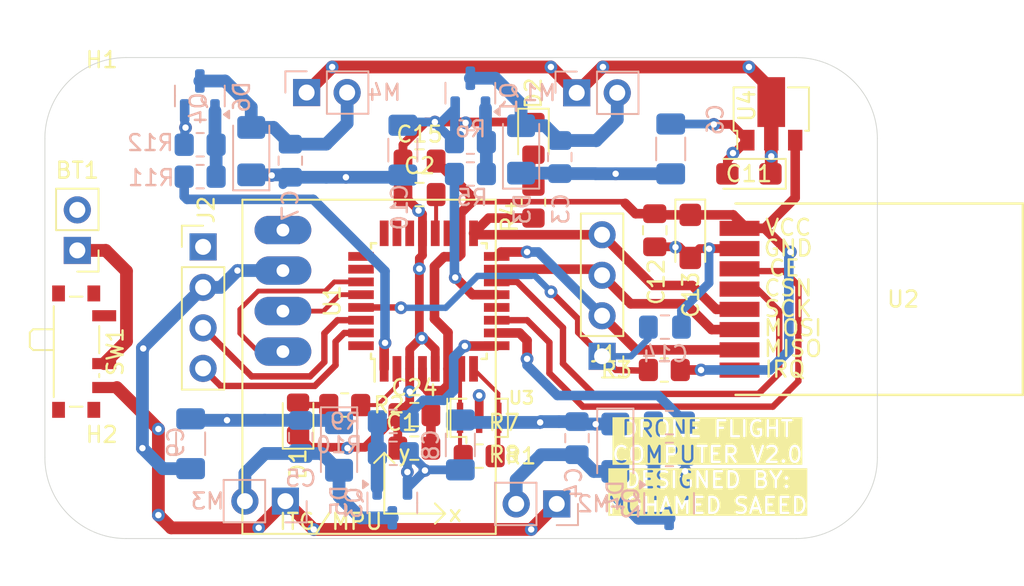
<source format=kicad_pcb>
(kicad_pcb (version 20240108) (generator "pcbnew") (generator_version "8.0")
  (layers (0 "F.Cu" signal) (1 "In1.Cu" power) (2 "In2.Cu" power) (31 "B.Cu" signal) (34 "B.Paste" user) (35 "F.Paste" user) (36 "B.SilkS" user "B.Silkscreen") (37 "F.SilkS" user "F.Silkscreen") (38 "B.Mask" user) (39 "F.Mask" user) (44 "Edge.Cuts" user))
  (net 0 "")
  (net 1 "+BATT")
  (net 2 "GND")
  (net 3 "+3V3")
  (net 4 "Net-(BT1-+)")
  (net 5 "Net-(U1-AREF)")
  (net 6 "Net-(D3-A)")
  (net 7 "Net-(D4-A)")
  (net 8 "Net-(D5-A)")
  (net 9 "Net-(D6-A)")
  (net 10 "Net-(D1-A)")
  (net 11 "Net-(D2-A)")
  (net 12 "Net-(Q1-G)")
  (net 13 "Net-(Q2-G)")
  (net 14 "Net-(Q3-G)")
  (net 15 "Net-(Q4-G)")
  (net 16 "Net-(U1-XTAL2{slash}PB7)")
  (net 17 "Net-(U1-XTAL1{slash}PB6)")
  (net 18 "Reset")
  (net 19 "MOSI")
  (net 20 "MISO")
  (net 21 "SCK")
  (net 22 "RX")
  (net 23 "TX")
  (net 24 "FrontLeft")
  (net 25 "FrontRight")
  (net 26 "BackRight")
  (net 27 "BackLeft")
  (net 28 "Net-(U1-PD4)")
  (net 30 "CE")
  (net 31 "~{CSN}")
  (net 32 "SDA")
  (net 33 "SCL")
  (footprint "Connector_PinHeader_2.54mm:PinHeader_1x04_P2.54mm_Vertical" (layer "F.Cu") (at 130.95 91.53)
    (property "Reference" "J2")
    (property "Value" "Conn_01x04_Female")
  )
  (footprint "Connector_PinHeader_2.54mm:PinHeader_1x02_P2.54mm_Vertical" (layer "F.Cu") (at 123.069897 91.75 180)
    (property "Reference" "BT1")
    (property "Value" "Battery_Cell")
  )
  (footprint "Capacitor_SMD:C_0805_2012Metric_Pad1.18x1.45mm_HandSolder" (layer "F.Cu") (at 144.5125 88.25 180)
    (property "Reference" "C2")
    (property "Value" "0.1uF")
  )
  (footprint "Resistor_SMD:R_0805_2012Metric_Pad1.20x1.40mm_HandSolder" (layer "F.Cu") (at 139.825 101.45)
    (property "Reference" "R2")
    (property "Value" "330R")
  )
  (footprint "Button_Switch_SMD:SW_SPDT_PCM12" (layer "F.Cu") (at 123.323897 98.1 -90)
    (property "Reference" "SW1")
    (property "Value" "SW_DPDT_x2")
  )
  (footprint "Resistor_SMD:R_0805_2012Metric_Pad1.20x1.40mm_HandSolder" (layer "F.Cu") (at 148.25 104.65)
    (property "Reference" "R1")
    (property "Value" "1M")
  )
  (footprint "Capacitor_SMD:C_0805_2012Metric_Pad1.18x1.45mm_HandSolder" (layer "F.Cu") (at 144.1875 104.15)
    (property "Reference" "C1")
    (property "Value" "0.1uF")
  )
  (footprint "Package_QFP:TQFP-32_7x7mm_P0.8mm" (layer "F.Cu") (at 145.096177 94.928408 90)
    (property "Reference" "U1")
    (property "Value" "ATmega328P-AU")
  )
  (footprint "Capacitor_Tantalum_SMD:CP_EIA-3216-10_Kemet-I" (layer "F.Cu") (at 165.15 86.95 180)
    (property "Reference" "C11")
    (property "Value" "10uF")
  )
  (footprint "Resistor_SMD:R_0805_2012Metric_Pad1.20x1.40mm_HandSolder" (layer "F.Cu") (at 159.85 99.25)
    (property "Reference" "R3")
    (property "Value" "10k")
  )
  (footprint "Connector_PinHeader_2.54mm:PinHeader_1x04_P2.54mm_Vertical" (layer "F.Cu") (at 155.95 98.39 180)
    (property "Reference" "J1")
    (property "Value" "Conn_01x04_Female")
  )
  (footprint "Resistor_SMD:R_0805_2012Metric_Pad1.20x1.40mm_HandSolder" (layer "F.Cu") (at 151.65 88.725 -90)
    (property "Reference" "R4")
    (property "Value" "330R")
  )
  (footprint "Capacitor_SMD:C_0805_2012Metric_Pad1.18x1.45mm_HandSolder" (layer "F.Cu") (at 159.25 90.4875 -90)
    (property "Reference" "C12")
    (property "Value" "0.1uF")
  )
  (footprint "Capacitor_Tantalum_SMD:CP_EIA-3216-10_Kemet-I" (layer "F.Cu") (at 161.4775 90.8725 -90)
    (property "Reference" "C13")
    (property "Value" "10uF")
  )
  (footprint "Package_TO_SOT_SMD:SOT-89-3" (layer "F.Cu") (at 166.55 83.1875 90)
    (property "Reference" "U4")
    (property "Value" "HT75xx-1-SOT89")
  )
  (footprint "LED_SMD:LED_0805_2012Metric_Pad1.15x1.40mm_HandSolder" (layer "F.Cu") (at 151.65 84.725 -90)
    (property "Reference" "D2")
    (property "Value" "LED")
  )
  (footprint "GY-521:GY-521" (layer "F.Cu") (at 144.8425 99.3675)
    (property "Reference" "U3")
    (property "Value" "GY-521")
  )
  (footprint "Crystal:Resonator_SMD_muRata_CSTxExxV-3Pin_3.0x1.1mm" (layer "F.Cu") (at 148.25 102.25)
    (property "Reference" "Y1" (hide yes))
    (property "Value" "Crystal_GND2")
  )
  (footprint "LED_SMD:LED_0805_2012Metric_Pad1.15x1.40mm_HandSolder" (layer "F.Cu") (at 136.9025 102.3275 90)
    (property "Reference" "D1")
    (property "Value" "LED")
  )
  (footprint "Keyplus_nordic:NRF24L01-Module-SMD" (layer "F.Cu") (at 165.3125 94.8125 180)
    (property "Reference" "U2")
    (property "Value" "NRF24L01_Breakout")
  )
  (footprint "MountingHole:MountingHole_2.2mm_M2" (layer "F.Cu") (at 124.6 106.5)
    (property "Reference" "H2")
    (property "Value" "MountingHole")
  )
  (footprint "Capacitor_SMD:C_0805_2012Metric_Pad1.18x1.45mm_HandSolder" (layer "F.Cu") (at 144.1875 102.05)
    (property "Reference" "C24")
    (property "Value" "10uF")
  )
  (footprint "Capacitor_SMD:C_0805_2012Metric_Pad1.18x1.45mm_HandSolder" (layer "F.Cu") (at 144.5125 86.15)
    (property "Reference" "C15")
    (property "Value" "0.1uF")
  )
  (footprint "MountingHole:MountingHole_2.2mm_M2" (layer "F.Cu") (at 124.6 83)
    (property "Reference" "H1")
    (property "Value" "MountingHole")
  )
  (footprint "Resistor_SMD:R_0805_2012Metric_Pad1.20x1.40mm_HandSolder" (layer "B.Cu") (at 147.7 86.9593 180)
    (property "Reference" "R5")
    (property "Value" "100R")
  )
  (footprint "Resistor_SMD:R_0805_2012Metric_Pad1.20x1.40mm_HandSolder" (layer "B.Cu") (at 147.7 84.9593)
    (property "Reference" "R6")
    (property "Value" "10k")
  )
  (footprint "Diode_SMD:D_1206_3216Metric_Pad1.42x1.75mm_HandSolder" (layer "B.Cu") (at 150.875 85.418 90)
    (property "Reference" "D3")
    (property "Value" "D_Schottky")
  )
  (footprint "Connector_PinHeader_2.54mm:PinHeader_1x02_P2.54mm_Vertical" (layer "B.Cu") (at 154.361179 81.867533 -90)
    (property "Reference" "M1")
    (property "Value" "Motor_DC_ALT")
  )
  (footprint "Capacitor_SMD:C_0805_2012Metric_Pad1.18x1.45mm_HandSolder" (layer "B.Cu") (at 153.3 85.8968 90)
    (property "Reference" "C3")
    (property "Value" "0.1uF")
  )
  (footprint "Resistor_SMD:R_0805_2012Metric_Pad1.20x1.40mm_HandSolder" (layer "B.Cu") (at 142.869122 104.475 180)
    (property "Reference" "R10")
    (property "Value" "10k")
  )
  (footprint "Capacitor_SMD:C_1206_3216Metric_Pad1.33x1.80mm_HandSolder" (layer "B.Cu") (at 143.466679 85.463434 90)
    (property "Reference" "C10")
    (property "Value" "47u")
  )
  (footprint "Diode_SMD:D_1206_3216Metric_Pad1.42x1.75mm_HandSolder" (layer "B.Cu") (at 133.966679 85.525934 90)
    (property "Reference" "D6")
    (property "Value" "D_Schottky")
  )
  (footprint "Resistor_SMD:R_0805_2012Metric_Pad1.20x1.40mm_HandSolder" (layer "B.Cu") (at 160.169122 104.55 180)
    (property "Reference" "R8")
    (property "Value" "10k")
  )
  (footprint "Capacitor_SMD:C_0805_2012Metric_Pad1.18x1.45mm_HandSolder" (layer "B.Cu") (at 137.069122 103.45 -90)
    (property "Reference" "C5")
    (property "Value" "0.1uF")
  )
  (footprint "Package_TO_SOT_SMD:SOT-23" (layer "B.Cu") (at 160.15 107.6125 -90)
    (property "Reference" "Q2")
    (property "Value" "IRLML2502")
  )
  (footprint "Capacitor_SMD:C_1206_3216Metric_Pad1.33x1.80mm_HandSolder" (layer "B.Cu") (at 130.169122 103.875 -90)
    (property "Reference" "C9")
    (property "Value" "47u")
  )
  (footprint "Connector_PinHeader_2.54mm:PinHeader_1x02_P2.54mm_Vertical" (layer "B.Cu") (at 136.109122 107.475 90)
    (property "Reference" "M3")
    (property "Value" "Motor_DC_ALT")
  )
  (footprint "Resistor_SMD:R_0805_2012Metric_Pad1.20x1.40mm_HandSolder" (layer "B.Cu") (at 160.169122 102.55)
    (property "Reference" "R7")
    (property "Value" "100R")
  )
  (footprint "Connector_PinHeader_2.54mm:PinHeader_1x02_P2.54mm_Vertical" (layer "B.Cu") (at 137.437181 81.851017 -90)
    (property "Reference" "M4")
    (property "Value" "Motor_DC_ALT")
  )
  (footprint "Diode_SMD:D_1206_3216Metric_Pad1.42x1.75mm_HandSolder" (layer "B.Cu") (at 156.778608 104.125 -90)
    (property "Reference" "D4")
    (property "Value" "D_Schottky")
  )
  (footprint "Resistor_SMD:R_0805_2012Metric_Pad1.20x1.40mm_HandSolder" (layer "B.Cu") (at 142.869122 102.475)
    (property "Reference" "R9")
    (property "Value" "100R")
  )
  (footprint "Diode_SMD:D_1206_3216Metric_Pad1.42x1.75mm_HandSolder" (layer "B.Cu") (at 139.469122 104.05 -90)
    (property "Reference" "D5")
    (property "Value" "D_Schottky")
  )
  (footprint "Capacitor_SMD:C_1206_3216Metric_Pad1.33x1.80mm_HandSolder" (layer "B.Cu") (at 147.069122 103.95 -90)
    (property "Reference" "C8")
    (property "Value" "47u")
  )
  (footprint "Resistor_SMD:R_0805_2012Metric_Pad1.20x1.40mm_HandSolder" (layer "B.Cu") (at 130.766679 85.125934)
    (property "Reference" "R12")
    (property "Value" "10k")
  )
  (footprint "Capacitor_SMD:C_0805_2012Metric_Pad1.18x1.45mm_HandSolder" (layer "B.Cu") (at 159.8875 96.5625)
    (property "Reference" "C14")
    (property "Value" "10uF")
  )
  (footprint "Connector_PinHeader_2.54mm:PinHeader_1x02_P2.54mm_Vertical" (layer "B.Cu") (at 153.109122 107.65 90)
    (property "Reference" "M2")
    (property "Value" "Motor_DC_ALT")
  )
  (footprint "Resistor_SMD:R_0805_2012Metric_Pad1.20x1.40mm_HandSolder" (layer "B.Cu") (at 130.766679 87.125934 180)
    (property "Reference" "R11")
    (property "Value" "100R")
  )
  (footprint "Capacitor_SMD:C_0805_2012Metric_Pad1.18x1.45mm_HandSolder" (layer "B.Cu") (at 136.416679 86.125934 90)
    (property "Reference" "C7")
    (property "Value" "0.1uF")
  )
  (footprint "Capacitor_SMD:C_0805_2012Metric_Pad1.18x1.45mm_HandSolder" (layer "B.Cu") (at 154.378608 103.525 -90)
    (property "Reference" "C4")
    (property "Value" "0.1uF")
  )
  (footprint "Package_TO_SOT_SMD:SOT-23" (layer "B.Cu") (at 130.746177 82.065908 90)
    (property "Reference" "Q4")
    (property "Value" "IRLML2502")
  )
  (footprint "Capacitor_SMD:C_1206_3216Metric_Pad1.33x1.80mm_HandSolder" (layer "B.Cu") (at 160.25 85.3875 90)
    (property "Reference" "C6")
    (property "Value" "47u")
  )
  (footprint "Package_TO_SOT_SMD:SOT-23" (layer "B.Cu") (at 147.696177 81.890908 90)
    (property "Reference" "Q1")
    (property "Value" "IRLML2502")
  )
  (footprint "Package_TO_SOT_SMD:SOT-23" (layer "B.Cu") (at 142.806622 107.58632 -90)
    (property "Reference" "Q3")
    (property "Value" "IRLML2502")
  )
  (gr_line (start 121.037897 84.739898) (end 121.037897 104.739898) (stroke (width 0.05)) (layer "Edge.Cuts"))
  (gr_line (start 126.117896 79.659899) (end 168.117896 79.659899) (stroke (width 0.05)) (layer "Edge.Cuts"))
  (gr_line (start 126.117896 109.819897) (end 168.117896 109.819897) (stroke (width 0.05)) (layer "Edge.Cuts"))
  (gr_arc (start 173.197895 104.739898) (mid 171.709998 108.332) (end 168.117896 109.819897) (stroke (width 0.05)) (layer "Edge.Cuts"))
  (gr_line (start 173.197895 84.739898) (end 173.197895 104.739898) (stroke (width 0.05)) (layer "Edge.Cuts"))
  (gr_arc (start 121.037897 84.739898) (mid 122.525794 81.147796) (end 126.117896 79.659899) (stroke (width 0.05)) (layer "Edge.Cuts"))
  (gr_arc (start 126.117896 109.819897) (mid 122.525795 108.331999) (end 121.037897 104.739898) (stroke (width 0.05)) (layer "Edge.Cuts"))
  (gr_arc (start 168.117896 79.659899) (mid 171.710002 81.147794) (end 173.197895 84.739898) (stroke (width 0.05)) (layer "Edge.Cuts"))
  (gr_text "DRONE FLIGHT\nCOMPUTER V2.0\n" (at 162.55 103.75 0) (layer "F.SilkS" knockout) (effects (font (size 1 1))))
  (gr_text "DESIGNED BY:\nMOHAMED SAEED" (at 162.55 106.95 0) (layer "F.SilkS" knockout) (effects (font (size 1 1))))
  (segment (start 128.95 109.15) (end 134.434122 109.15) (width 0.8) (layer "F.Cu") (net 1))
  (segment (start 139.038198 80.25) (end 152.743646 80.25) (width 0.8) (layer "F.Cu") (net 1))
  (segment (start 166.55 84.75) (end 166.55 86.9) (width 0.8) (layer "F.Cu") (net 1))
  (segment (start 155.978712 80.25) (end 154.361179 81.867533) (width 0.8) (layer "F.Cu") (net 1))
  (segment (start 137.884122 109.25) (end 136.109122 107.475) (width 0.8) (layer "F.Cu") (net 1))
  (segment (start 166.55 81.65) (end 165.15 80.25) (width 0.8) (layer "F.Cu") (net 1))
  (segment (start 137.437181 81.851017) (end 139.038198 80.25) (width 0.8) (layer "F.Cu") (net 1))
  (segment (start 134.434122 109.15) (end 136.109122 107.475) (width 0.8) (layer "F.Cu") (net 1))
  (segment (start 151.509122 109.25) (end 137.884122 109.25) (width 0.8) (layer "F.Cu") (net 1))
  (segment (start 128.15 102.95) (end 128.15 108.35) (width 0.8) (layer "F.Cu") (net 1))
  (segment (start 151.509122 109.25) (end 153.109122 107.65) (width 0.8) (layer "F.Cu") (net 1))
  (segment (start 166.55 86.9) (end 166.5 86.95) (width 0.55) (layer "F.Cu") (net 1))
  (segment (start 124.753897 100.35) (end 125.55 100.35) (width 0.55) (layer "F.Cu") (net 1))
  (segment (start 166.55 84.75) (end 166.55 81.65) (width 0.55) (layer "F.Cu") (net 1))
  (segment (start 152.743646 80.25) (end 154.361179 81.867533) (width 0.8) (layer "F.Cu") (net 1))
  (segment (start 128.15 108.35) (end 128.95 109.15) (width 0.8) (layer "F.Cu") (net 1))
  (segment (start 165.15 80.25) (end 155.978712 80.25) (width 0.8) (layer "F.Cu") (net 1))
  (segment (start 125.55 100.35) (end 128.15 102.95) (width 0.8) (layer "F.Cu") (net 1))
  (via (at 128.15 108.35) (size 0.8) (drill 0.4) (layers "F.Cu" "B.Cu") (net 1))
  (via (at 135.25 87.05) (size 0.8) (drill 0.4) (layers "F.Cu" "B.Cu") (net 1))
  (via (at 132.45 102.4) (size 0.8) (drill 0.4) (layers "F.Cu" "B.Cu") (net 1))
  (via (at 156.8 86.945101) (size 0.8) (drill 0.4) (layers "F.Cu" "B.Cu") (net 1))
  (via (at 156 80.25) (size 0.8) (drill 0.4) (layers "F.Cu" "B.Cu") (net 1))
  (via (at 152.069122 102.5375) (size 0.8) (drill 0.4) (layers "F.Cu" "B.Cu") (net 1))
  (via (at 139.038198 80.25) (size 0.8) (drill 0.4) (layers "F.Cu" "B.Cu") (net 1))
  (via (at 134.434122 109.15) (size 0.8) (drill 0.4) (layers "F.Cu" "B.Cu") (net 1))
  (via (at 151.509122 109.25) (size 0.8) (drill 0.4) (layers "F.Cu" "B.Cu") (net 1))
  (via (at 128.15 102.95) (size 0.8) (drill 0.4) (layers "F.Cu" "B.Cu") (net 1))
  (via (at 155.55 102.65) (size 0.8) (drill 0.4) (layers "F.Cu" "B.Cu") (net 1))
  (via (at 166.55 85.85) (size 0.8) (drill 0.4) (layers "F.Cu" "B.Cu") (net 1))
  (via (at 137.884122 109.25) (size 0.8) (drill 0.4) (layers "F.Cu" "B.Cu") (net 1))
  (via (at 165.15 80.25) (size 0.8) (drill 0.4) (layers "F.Cu" "B.Cu") (net 1))
  (via (at 152.743646 80.25) (size 0.8) (drill 0.4) (layers "F.Cu" "B.Cu") (net 1))
  (via (at 139.9 87.163434) (size 0.8) (drill 0.4) (layers "F.Cu" "B.Cu") (net 1))
  (segment (start 147.219122 102.5375) (end 147.069122 102.3875) (width 0.55) (layer "B.Cu") (net 1))
  (segment (start 155.539199 86.9343) (end 155.55 86.945101) (width 0.55) (layer "B.Cu") (net 1))
  (segment (start 152.069122 102.5375) (end 147.219122 102.5375) (width 0.8) (layer "B.Cu") (net 1))
  (segment (start 143.329179 87.163434) (end 143.466679 87.025934) (width 0.55) (layer "B.Cu") (net 1))
  (segment (start 134.774499 102.3625) (end 134.816015 102.404016) (width 0.55) (layer "B.Cu") (net 1))
  (segment (start 134.816015 102.404016) (end 130.260638 102.404016) (width 0.8) (layer "B.Cu") (net 1))
  (segment (start 154.528608 102.6375) (end 154.378608 102.4875) (width 0.55) (layer "B.Cu") (net 1))
  (segment (start 133.966679 87.013434) (end 136.266679 87.013434) (width 0.8) (layer "B.Cu") (net 1))
  (segment (start 153.3 86.9343) (end 155.539199 86.9343) (width 0.8) (layer "B.Cu") (net 1))
  (segment (start 150.875 86.9055) (end 153.2712 86.9055) (width 0.8) (layer "B.Cu") (net 1))
  (segment (start 160.245101 86.945101) (end 160.25 86.95) (width 0.55) (layer "B.Cu") (net 1))
  (segment (start 152.119122 102.4875) (end 152.069122 102.5375) (width 0.8) (layer "B.Cu") (net 1))
  (segment (start 154.378608 102.4875) (end 153.2875 102.4875) (width 0.8) (layer "B.Cu") (net 1))
  (segment (start 136.416679 87.163434) (end 138.666679 87.163434) (width 0.8) (layer "B.Cu") (net 1))
  (segment (start 130.260638 102.404016) (end 130.169122 102.3125) (width 0.55) (layer "B.Cu") (net 1))
  (segment (start 153.2125 102.4875) (end 152.119122 102.4875) (width 0.8) (layer "B.Cu") (net 1))
  (segment (start 153.2712 86.9055) (end 153.3 86.9343) (width 0.55) (layer "B.Cu") (net 1))
  (segment (start 136.266679 87.013434) (end 136.416679 87.163434) (width 0.55) (layer "B.Cu") (net 1))
  (segment (start 155.55 86.945101) (end 160.245101 86.945101) (width 0.8) (layer "B.Cu") (net 1))
  (segment (start 137.069122 102.4125) (end 139.319122 102.4125) (width 0.8) (layer "B.Cu") (net 1))
  (segment (start 139.319122 102.4125) (end 139.469122 102.5625) (width 0.55) (layer "B.Cu") (net 1))
  (segment (start 138.666679 87.163434) (end 143.329179 87.163434) (width 0.8) (layer "B.Cu") (net 1))
  (segment (start 153.2875 102.4875) (end 153.25 102.45) (width 0.55) (layer "B.Cu") (net 1))
  (segment (start 156.778608 102.6375) (end 154.528608 102.6375) (width 0.8) (layer "B.Cu") (net 1))
  (segment (start 135.9525 87.627613) (end 136.416679 87.163434) (width 0.55) (layer "B.Cu") (net 1))
  (segment (start 153.25 102.45) (end 153.2125 102.4875) (width 0.55) (layer "B.Cu") (net 1))
  (segment (start 134.816015 102.404016) (end 137.060638 102.404016) (width 0.8) (layer "B.Cu") (net 1))
  (segment (start 137.060638 102.404016) (end 137.069122 102.4125) (width 0.55) (layer "B.Cu") (net 1))
  (segment (start 143.15 102.05) (end 143.15 104.15) (width 0.55) (layer "F.Cu") (net 2))
  (segment (start 143.475 86.15) (end 143.475 88.25) (width 0.55) (layer "F.Cu") (net 2))
  (segment (start 164.0625 83.85) (end 162.95 83.85) (width 0.55) (layer "F.Cu") (net 2))
  (segment (start 164.2375 85.65) (end 165.05 84.8375) (width 0.55) (layer "F.Cu") (net 2))
  (segment (start 164.15 85.7375) (end 164.15 85.65) (width 0.55) (layer "F.Cu") (net 2))
  (segment (start 144.696177 97.153408) (end 145.496177 97.953408) (width 0.55) (layer "F.Cu") (net 2))
  (segment (start 144.65 97.25) (end 144.5 97.1) (width 0.55) (layer "F.Cu") (net 2))
  (segment (start 163.8 86.0875) (end 164.15 85.7375) (width 0.55) (layer "F.Cu") (net 2))
  (segment (start 160.78 91.525) (end 161.4775 92.2225) (width 0.55) (layer "F.Cu") (net 2))
  (segment (start 144.696177 89.471177) (end 144.696177 90.678408) (width 0.55) (layer "F.Cu") (net 2))
  (segment (start 162.0625 91.6375) (end 165.0125 91.6375) (width 0.55) (layer "F.Cu") (net 2))
  (segment (start 143.475 85.125) (end 143.475 86.15) (width 0.55) (layer "F.Cu") (net 2))
  (segment (start 163.8 86.95) (end 163.8 86.0875) (width 0.55) (layer "F.Cu") (net 2))
  (segment (start 144.5 97.1) (end 144.5 92.25) (width 0.55) (layer "F.Cu") (net 2))
  (segment (start 144.5 92.25) (end 144.696177 92.053823) (width 0.55) (layer "F.Cu") (net 2))
  (segment (start 145.496177 97.953408) (end 145.496177 99.178408) (width 0.55) (layer "F.Cu") (net 2))
  (segment (start 164.0625 83.85) (end 165.05 84.8375) (width 0.55) (layer "F.Cu") (net 2))
  (segment (start 141.1 104.1) (end 143.15 102.05) (width 0.55) (layer "F.Cu") (net 2))
  (segment (start 151.65 83.7) (end 144.9 83.7) (width 0.55) (layer "F.Cu") (net 2))
  (segment (start 143.896177 101.303823) (end 143.896177 99.178408) (width 0.55) (layer "F.Cu") (net 2))
  (segment (start 143.896177 97.953408) (end 144.696177 97.153408) (width 0.55) (layer "F.Cu") (net 2))
  (segment (start 136.9025 103.3525) (end 137.65 104.1) (width 0.55) (layer "F.Cu") (net 2))
  (segment (start 144.696177 92.053823) (end 144.696177 90.678408) (width 0.55) (layer "F.Cu") (net 2))
  (segment (start 143.475 88.25) (end 144.696177 89.471177) (width 0.55) (layer "F.Cu") (net 2))
  (segment (start 144.9 83.7) (end 143.475 85.125) (width 0.55) (layer "F.Cu") (net 2))
  (segment (start 164.15 85.65) (end 164.2375 85.65) (width 0.55) (layer "F.Cu") (net 2))
  (segment (start 137.65 104.1) (end 141.1 104.1) (width 0.55) (layer "F.Cu") (net 2))
  (segment (start 159.25 91.525) (end 160.78 91.525) (width 0.55) (layer "F.Cu") (net 2))
  (segment (start 143.15 102.05) (end 143.896177 101.303823) (width 0.55) (layer "F.Cu") (net 2))
  (segment (start 161.4775 92.2225) (end 162.0625 91.6375) (width 0.55) (layer "F.Cu") (net 2))
  (segment (start 148.25 102.25) (end 148.25 100.85) (width 0.55) (layer "F.Cu") (net 2))
  (segment (start 143.896177 99.178408) (end 143.896177 97.953408) (width 0.55) (layer "F.Cu") (net 2))
  (via (at 162.65 91.65) (size 0.8) (drill 0.4) (layers "F.Cu" "B.Cu") (net 2))
  (via (at 140 104.15) (size 0.8) (drill 0.4) (layers "F.Cu" "B.Cu") (net 2))
  (via (at 144.65 97.25) (size 0.8) (drill 0.4) (layers "F.Cu" "B.Cu") (net 2))
  (via (at 127.2 97.9) (size 0.8) (drill 0.4) (layers "F.Cu" "B.Cu") (net 2))
  (via (at 148.25 100.85) (size 0.8) (drill 0.4) (layers "F.Cu" "B.Cu") (net 2))
  (via (at 143.89277 100.614458) (size 0.8) (drill 0.4) (layers "F.Cu" "B.Cu") (net 2))
  (via (at 144.5 92.9) (size 0.8) (drill 0.4) (layers "F.Cu" "B.Cu") (net 2))
  (via (at 127.15 104.15) (size 0.8) (drill 0.4) (layers "F.Cu" "B.Cu") (net 2))
  (via (at 145.472717 83.7) (size 0.8) (drill 0.4) (layers "F.Cu" "B.Cu") (net 2))
  (via (at 133.104672 93.014458) (size 0.8) (drill 0.4) (layers "F.Cu" "B.Cu") (net 2))
  (via (at 129.85 84.05) (size 0.8) (drill 0.4) (layers "F.Cu" "B.Cu") (net 2))
  (via (at 144.45 89.25) (size 0.8) (drill 0.4) (layers "F.Cu" "B.Cu") (net 2))
  (via (at 164.15 85.65) (size 0.8) (drill 0.4) (layers "F.Cu" "B.Cu") (net 2))
  (via (at 147.4 83.75) (size 0.8) (drill 0.4) (layers "F.Cu" "B.Cu") (net 2))
  (via (at 143.75 105.65) (size 0.8) (drill 0.4) (layers "F.Cu" "B.Cu") (net 2))
  (via (at 161.15 105.6) (size 0.8) (drill 0.4) (layers "F.Cu" "B.Cu") (net 2))
  (via (at 144.85 105.55) (size 0.8) (drill 0.4) (layers "F.Cu" "B.Cu") (net 2))
  (via (at 160.55 91.55) (size 0.8) (drill 0.4) (layers "F.Cu" "B.Cu") (net 2))
  (via (at 162.95 83.85) (size 0.8) (drill 0.4) (layers "F.Cu" "B.Cu") (net 2))
  (segment (start 147.069122 105.5125) (end 144.892942 105.5125) (width 0.55) (layer "B.Cu") (net 2))
  (segment (start 130.95 94.07) (end 127.15 97.87) (width 0.8) (layer "B.Cu") (net 2))
  (segment (start 145.472717 83.7) (end 145.673651 83.900934) (width 0.55) (layer "B.Cu") (net 2))
  (segment (start 145.673651 83.900934) (end 146.746177 82.828408) (width 0.55) (layer "B.Cu") (net 2))
  (segment (start 144.892942 105.5125) (end 143.756622 106.64882) (width 0.55) (layer "B.Cu") (net 2))
  (segment (start 146.7 84.9593) (end 146.7 82.874585) (width 0.55) (layer "B.Cu") (net 2))
  (segment (start 143.756622 106.64882) (end 143.756622 104.5875) (width 0.55) (layer "B.Cu") (net 2))
  (segment (start 143.756622 104.5875) (end 143.869122 104.475) (width 0.55) (layer "B.Cu") (net 2))
  (segment (start 132.04913 94.07) (end 133.104672 93.014458) (width 0.8) (layer "B.Cu") (net 2))
  (segment (start 145.673651 83.932951) (end 146.7 84.9593) (width 0.55) (layer "B.Cu") (net 2))
  (segment (start 127.15 104.15) (end 128.4375 105.4375) (width 0.8) (layer "B.Cu") (net 2))
  (segment (start 135.949458 93.014458) (end 135.9525 93.0175) (width 0.55) (layer "B.Cu") (net 2))
  (segment (start 144.892942 105.49882) (end 143.869122 104.475) (width 0.55) (layer "B.Cu") (net 2))
  (segment (start 128.4375 105.4375) (end 130.169122 105.4375) (width 0.8) (layer "B.Cu") (net 2))
  (segment (start 127.15 97.87) (end 127.15 104.15) (width 0.8) (layer "B.Cu") (net 2))
  (segment (start 129.796177 85.096436) (end 129.766679 85.125934) (width 0.55) (layer "B.Cu") (net 2))
  (segment (start 162.925 83.825) (end 162.95 83.85) (width 0.55) (layer "B.Cu") (net 2))
  (segment (start 133.104672 93.014458) (end 135.949458 93.014458) (width 0.8) (layer "B.Cu") (net 2))
  (segment (start 161.169122 104.55) (end 161.169122 106.605878) (width 0.55) (layer "B.Cu") (net 2))
  (segment (start 146.7 82.874585) (end 146.746177 82.828408) (width 0.55) (layer "B.Cu") (net 2))
  (segment (start 144.892942 105.5125) (end 144.892942 105.49882) (width 0.55) (layer "B.Cu") (net 2))
  (segment (start 162.65 93.8) (end 160.925 95.525) (width 0.55) (layer "B.Cu") (net 2))
  (segment (start 160.25 83.825) (end 162.925 83.825) (width 0.55) (layer "B.Cu") (net 2))
  (segment (start 160.925 95.525) (end 160.925 96.5625) (width 0.55) (layer "B.Cu") (net 2))
  (segment (start 162.65 91.65) (end 162.65 93.8) (width 0.55) (layer "B.Cu") (net 2))
  (segment (start 161.169122 106.605878) (end 161.1 106.675) (width 0.55) (layer "B.Cu") (net 2))
  (segment (start 143.667613 83.7) (end 145.472717 83.7) (width 0.55) (layer "B.Cu") (net 2))
  (segment (start 145.673651 83.900934) (end 145.673651 83.932951) (width 0.55) (layer "B.Cu") (net 2))
  (segment (start 130.95 94.07) (end 132.04913 94.07) (width 0.8) (layer "B.Cu") (net 2))
  (segment (start 143.466679 83.900934) (end 143.667613 83.7) (width 0.55) (layer "B.Cu") (net 2))
  (segment (start 129.796177 83.003408) (end 129.796177 85.096436) (width 0.55) (layer "B.Cu") (net 2))
  (segment (start 167.75 91.85) (end 167.75 91.985) (width 0.25) (layer "F.Cu") (net 3))
  (segment (start 145.225 102.05) (end 145.225 100.757231) (width 0.6) (layer "F.Cu") (net 3))
  (segment (start 147.096177 92.003823) (end 147.096177 90.678408) (width 0.6) (layer "F.Cu") (net 3))
  (segment (start 160.85 99.25) (end 160.95 99.25) (width 0.25) (layer "F.Cu") (net 3))
  (segment (start 159.3225 89.5225) (end 159.25 89.45) (width 0.6) (layer "F.Cu") (net 3))
  (segment (start 146.296177 100.203823) (end 146.296177 99.178408) (width 0.6) (layer "F.Cu") (net 3))
  (segment (start 147.8 88.7) (end 147.7 88.8) (width 0.35) (layer "F.Cu") (net 3))
  (segment (start 166.1325 90.3675) (end 165.0125 90.3675) (width 0.6) (layer "F.Cu") (net 3))
  (segment (start 144.696177 99.178408) (end 144.696177 100.228408) (width 0.55) (layer "F.Cu") (net 3))
  (segment (start 145.95 100.55) (end 146.296177 100.203823) (width 0.6) (layer "F.Cu") (net 3))
  (segment (start 145.017769 100.55) (end 145.95 100.55) (width 0.6) (layer "F.Cu") (net 3))
  (segment (start 161.4775 89.5225) (end 159.3225 89.5225) (width 0.6) (layer "F.Cu") (net 3))
  (segment (start 168.05 88.45) (end 166.1325 90.3675) (width 0.6) (layer "F.Cu") (net 3))
  (segment (start 145.45 92.75) (end 146.05 92.15) (width 0.6) (layer "F.Cu") (net 3))
  (segment (start 146.95 92.15) (end 147.096177 92.003823) (width 0.6) (layer "F.Cu") (net 3))
  (segment (start 157.3 88.7) (end 147.8 88.7) (width 0.35) (layer "F.Cu") (net 3))
  (segment (start 147.096177 89.403823) (end 147.096177 90.678408) (width 0.6) (layer "F.Cu") (net 3))
  (segment (start 146.296177 99.178408) (end 146.296177 96.896177) (width 0.6) (layer "F.Cu") (net 3))
  (segment (start 146.05 92.15) (end 146.95 92.15) (width 0.6) (layer "F.Cu") (net 3))
  (segment (start 159.25 89.45) (end 158.05 89.45) (width 0.6) (layer "F.Cu") (net 3))
  (segment (start 144.696177 100.228408) (end 145.017769 100.55) (width 0.55) (layer "F.Cu") (net 3))
  (segment (start 160.95 99.25) (end 162.15 99.25) (width 0.6) (layer "F.Cu") (net 3))
  (segment (start 147.7 88.8) (end 147.096177 89.403823) (width 0.6) (layer "F.Cu") (net 3))
  (segment (start 147.7 88.3) (end 145.55 86.15) (width 0.6) (layer "F.Cu") (net 3))
  (segment (start 164.1675 89.5225) (end 161.4775 89.5225) (width 0.6) (layer "F.Cu") (net 3))
  (segment (start 157.4 88.8) (end 157.3 88.7) (width 0.35) (layer "F.Cu") (net 3))
  (segment (start 168.05 84.8375) (end 168.05 88.45) (width 0.6) (layer "F.Cu") (net 3))
  (segment (start 167.75 91.985) (end 166.1325 90.3675) (width 0.6) (layer "F.Cu") (net 3))
  (segment (start 145.225 100.757231) (end 145.017769 100.55) (width 0.6) (layer "F.Cu") (net 3))
  (segment (start 145.45 96.05) (end 145.45 92.75) (width 0.6) (layer "F.Cu") (net 3))
  (segment (start 145.225 104.15) (end 145.225 102.05) (width 0.6) (layer "F.Cu") (net 3))
  (segment (start 167.615 91.85) (end 167.75 91.85) (width 0.25) (layer "F.Cu") (net 3))
  (segment (start 147.7 88.8) (end 147.7 88.3) (width 0.6) (layer "F.Cu") (net 3))
  (segment (start 158.05 89.45) (end 157.4 88.8) (width 0.6) (layer "F.Cu") (net 3))
  (segment (start 146.296177 96.896177) (end 145.45 96.05) (width 0.6) (layer "F.Cu") (net 3))
  (segment (start 165.0125 90.3675) (end 164.1675 89.5225) (width 0.6) (layer "F.Cu") (net 3))
  (segment (start 167.65 91.885) (end 167.615 91.85) (width 0.25) (layer "F.Cu") (net 3))
  (via (at 167.75 91.85) (size 0.8) (drill 0.4) (layers "F.Cu" "B.Cu") (net 3))
  (via (at 162.15 99.25) (size 0.8) (drill 0.4) (layers "F.Cu" "B.Cu") (net 3))
  (segment (start 166.45 99.25) (end 167.65 98.05) (width 0.6) (layer "B.Cu") (net 3))
  (segment (start 167.65 98.05) (end 167.65 91.95) (width 0.6) (layer "B.Cu") (net 3))
  (segment (start 162.15 99.25) (end 166.45 99.25) (width 0.6) (layer "B.Cu") (net 3))
  (segment (start 167.65 91.95) (end 167.75 91.85) (width 0.25) (layer "B.Cu") (net 3))
  (segment (start 123.069897 91.75) (end 123.15 91.75) (width 0.25) (layer "F.Cu") (net 4))
  (segment (start 123.15 91.75) (end 124.85 91.75) (width 0.8) (layer "F.Cu") (net 4))
  (segment (start 126.15 93.05) (end 126.15 97.453897) (width 0.8) (layer "F.Cu") (net 4))
  (segment (start 126.15 97.453897) (end 124.753897 98.85) (width 0.8) (layer "F.Cu") (net 4))
  (segment (start 124.85 91.75) (end 126.15 93.05) (width 0.8) (layer "F.Cu") (net 4))
  (segment (start 145.55 90.624585) (end 145.496177 90.678408) (width 0.25) (layer "F.Cu") (net 5))
  (segment (start 145.55 88.25) (end 145.55 90.624585) (width 0.25) (layer "F.Cu") (net 5))
  (segment (start 147.696177 80.953408) (end 149.253408 80.953408) (width 0.8) (layer "B.Cu") (net 6))
  (segment (start 156.901179 83.548821) (end 156.901179 81.867533) (width 0.8) (layer "B.Cu") (net 6))
  (segment (start 153.3 84.8593) (end 155.539199 84.8593) (width 0.8) (layer "B.Cu") (net 6))
  (segment (start 155.539199 84.8593) (end 155.55 84.870101) (width 0.25) (layer "B.Cu") (net 6))
  (segment (start 152.3712 83.9305) (end 153.3 84.8593) (width 0.8) (layer "B.Cu") (net 6))
  (segment (start 149.253408 80.953408) (end 150.875 82.575) (width 0.8) (layer "B.Cu") (net 6))
  (segment (start 155.55 84.870101) (end 155.579899 84.870101) (width 0.8) (layer "B.Cu") (net 6))
  (segment (start 155.579899 84.870101) (end 156.901179 83.548821) (width 0.8) (layer "B.Cu") (net 6))
  (segment (start 150.875 83.9305) (end 152.3712 83.9305) (width 0.8) (layer "B.Cu") (net 6))
  (segment (start 150.875 82.575) (end 150.875 83.9305) (width 0.8) (layer "B.Cu") (net 6))
  (segment (start 156.778608 107.078608) (end 156.778608 105.6125) (width 0.8) (layer "B.Cu") (net 7))
  (segment (start 155.428608 105.6125) (end 154.378608 104.5625) (width 0.8) (layer "B.Cu") (net 7))
  (segment (start 158.25 108.55) (end 156.778608 107.078608) (width 0.8) (layer "B.Cu") (net 7))
  (segment (start 152.069122 104.6125) (end 152.069122 104.630878) (width 0.25) (layer "B.Cu") (net 7))
  (segment (start 160.15 108.55) (end 158.25 108.55) (width 0.8) (layer "B.Cu") (net 7))
  (segment (start 152.119122 104.5625) (end 152.069122 104.6125) (width 0.25) (layer "B.Cu") (net 7))
  (segment (start 150.569122 106.130878) (end 150.569122 107.65) (width 0.8) (layer "B.Cu") (net 7))
  (segment (start 154.378608 104.5625) (end 152.119122 104.5625) (width 0.8) (layer "B.Cu") (net 7))
  (segment (start 156.778608 105.6125) (end 155.428608 105.6125) (width 0.8) (layer "B.Cu") (net 7))
  (segment (start 152.069122 104.630878) (end 150.569122 106.130878) (width 0.8) (layer "B.Cu") (net 7))
  (segment (start 139.469122 107.169122) (end 139.469122 105.5375) (width 0.8) (layer "B.Cu") (net 8))
  (segment (start 142.806622 108.52382) (end 140.82382 108.52382) (width 0.8) (layer "B.Cu") (net 8))
  (segment (start 137.069122 104.4875) (end 134.824499 104.4875) (width 0.8) (layer "B.Cu") (net 8))
  (segment (start 140.82382 108.52382) (end 139.469122 107.169122) (width 0.8) (layer "B.Cu") (net 8))
  (segment (start 138.3875 104.4875) (end 137.069122 104.4875) (width 0.8) (layer "B.Cu") (net 8))
  (segment (start 139.4375 105.5375) (end 138.3875 104.4875) (width 0.8) (layer "B.Cu") (net 8))
  (segment (start 134.824499 104.4875) (end 133.569122 105.742877) (width 0.8) (layer "B.Cu") (net 8))
  (segment (start 134.824499 104.4875) (end 134.816015 104.479016) (width 0.25) (layer "B.Cu") (net 8))
  (segment (start 133.569122 105.742877) (end 133.569122 107.475) (width 0.8) (layer "B.Cu") (net 8))
  (segment (start 139.469122 105.5375) (end 139.4375 105.5375) (width 0.25) (layer "B.Cu") (net 8))
  (segment (start 136.416679 85.088434) (end 138.666679 85.088434) (width 0.8) (layer "B.Cu") (net 9))
  (segment (start 135.366679 84.038434) (end 136.416679 85.088434) (width 0.8) (layer "B.Cu") (net 9))
  (segment (start 138.666679 85.088434) (end 138.666679 85.083321) (width 0.25) (layer "B.Cu") (net 9))
  (segment (start 133.966679 84.038434) (end 135.366679 84.038434) (width 0.8) (layer "B.Cu") (net 9))
  (segment (start 139.977181 83.772819) (end 139.977181 81.851017) (width 0.8) (layer "B.Cu") (net 9))
  (segment (start 132.328408 81.128408) (end 133.966679 82.766679) (width 0.8) (layer "B.Cu") (net 9))
  (segment (start 138.666679 85.083321) (end 139.977181 83.772819) (width 0.8) (layer "B.Cu") (net 9))
  (segment (start 133.966679 82.766679) (end 133.966679 84.038434) (width 0.8) (layer "B.Cu") (net 9))
  (segment (start 130.746177 81.128408) (end 132.328408 81.128408) (width 0.8) (layer "B.Cu") (net 9))
  (segment (start 138.825 101.45) (end 137.05 101.45) (width 0.4) (layer "F.Cu") (net 10))
  (segment (start 137.05 101.45) (end 136.9025 101.3025) (width 0.25) (layer "F.Cu") (net 10))
  (segment (start 151.65 87.725) (end 151.65 85.75) (width 0.25) (layer "F.Cu") (net 11))
  (segment (start 148.646177 84.905477) (end 148.7 84.9593) (width 0.25) (layer "B.Cu") (net 12))
  (segment (start 148.7 84.9593) (end 148.7 86.9593) (width 0.8) (layer "B.Cu") (net 12))
  (segment (start 148.646177 82.828408) (end 148.646177 84.905477) (width 0.8) (layer "B.Cu") (net 12))
  (segment (start 159.2 104.580878) (end 159.169122 104.55) (width 0.25) (layer "B.Cu") (net 13))
  (segment (start 159.169122 104.55) (end 159.169122 102.55) (width 0.8) (layer "B.Cu") (net 13))
  (segment (start 159.2 106.675) (end 159.2 104.580878) (width 0.8) (layer "B.Cu") (net 13))
  (segment (start 141.856622 106.64882) (end 141.856622 104.4875) (width 0.8) (layer "B.Cu") (net 14))
  (segment (start 141.856622 104.4875) (end 141.869122 104.475) (width 0.25) (layer "B.Cu") (net 14))
  (segment (start 141.869122 104.475) (end 141.869122 102.475) (width 0.8) (layer "B.Cu") (net 14))
  (segment (start 131.696177 85.055432) (end 131.766679 85.125934) (width 0.25) (layer "B.Cu") (net 15))
  (segment (start 131.766679 85.125934) (end 131.766679 87.125934) (width 0.8) (layer "B.Cu") (net 15))
  (segment (start 131.696177 83.003408) (end 131.696177 85.055432) (width 0.8) (layer "B.Cu") (net 15))
  (segment (start 149.45 102.25) (end 149.45 104.45) (width 0.25) (layer "F.Cu") (net 16))
  (segment (start 149.45 104.45) (end 149.25 104.65) (width 0.25) (layer "F.Cu") (net 16))
  (segment (start 149.45 100.732231) (end 147.896177 99.178408) (width 0.25) (layer "F.Cu") (net 16))
  (segment (start 149.45 102.25) (end 149.45 100.732231) (width 0.25) (layer "F.Cu") (net 16))
  (segment (start 147.05 104.45) (end 147.25 104.65) (width 0.25) (layer "F.Cu") (net 17))
  (segment (start 147.05 102.25) (end 147.05 104.45) (width 0.25) (layer "F.Cu") (net 17))
  (segment (start 147.05 102.25) (end 147.05 99.224585) (width 0.25) (layer "F.Cu") (net 17))
  (segment (start 147.05 99.224585) (end 147.096177 99.178408) (width 0.25) (layer "F.Cu") (net 17))
  (segment (start 156.81 99.25) (end 155.95 98.39) (width 0.4) (layer "F.Cu") (net 18))
  (segment (start 154.45 96.35) (end 154.45 96.05) (width 0.4) (layer "F.Cu") (net 18))
  (segment (start 154.45 96.05) (end 152.75 94.35) (width 0.4) (layer "F.Cu") (net 18))
  (segment (start 158.85 99.25) (end 158.9 99.3) (width 0.4) (layer "F.Cu") (net 18))
  (segment (start 155.95 98.39) (end 154.45 96.89) (width 0.4) (layer "F.Cu") (net 18))
  (segment (start 143.35 95.35) (end 143.328408 95.328408) (width 0.25) (layer "F.Cu") (net 18))
  (segment (start 158.9 99.3) (end 156.81 99.25) (width 0.4) (layer "F.Cu") (net 18))
  (segment (start 154.45 96.89) (end 154.45 96.35) (width 0.4) (layer "F.Cu") (net 18))
  (segment (start 143.328408 95.328408) (end 140.846177 95.328408) (width 0.4) (layer "F.Cu") (net 18))
  (via (at 143.35 95.35) (size 0.8) (drill 0.4) (layers "F.Cu" "B.Cu") (net 18))
  (via (at 152.75 94.35) (size 0.8) (drill 0.4) (layers "F.Cu" "B.Cu") (net 18))
  (segment (start 146.85 94.65) (end 146.75 94.75) (width 0.4) (layer "B.Cu") (net 18))
  (segment (start 158.85 97.3) (end 157.76 98.39) (width 0.4) (layer "B.Cu") (net 18))
  (segment (start 146.75 94.75) (end 146.15 95.35) (width 0.4) (layer "B.Cu") (net 18))
  (segment (start 151.55 93.35) (end 148.15 93.35) (width 0.4) (layer "B.Cu") (net 18))
  (segment (start 143.35 95.35) (end 143.25 95.35) (width 0.25) (layer "B.Cu") (net 18))
  (segment (start 146.15 95.35) (end 143.35 95.35) (width 0.4) (layer "B.Cu") (net 18))
  (segment (start 152.75 94.35) (end 151.75 93.35) (width 0.4) (layer "B.Cu") (net 18))
  (segment (start 151.75 93.35) (end 151.55 93.35) (width 0.25) (layer "B.Cu") (net 18))
  (segment (start 156.15 98.59) (end 155.95 98.39) (width 0.4) (layer "B.Cu") (net 18))
  (segment (start 158.85 96.5625) (end 158.85 97.3) (width 0.4) (layer "B.Cu") (net 18))
  (segment (start 148.15 93.35) (end 146.85 94.65) (width 0.4) (layer "B.Cu") (net 18))
  (segment (start 157.76 98.39) (end 155.95 98.39) (width 0.4) (layer "B.Cu") (net 18))
  (segment (start 161.2 95.1) (end 157.74 95.1) (width 0.6) (layer "F.Cu") (net 19))
  (segment (start 165.0125 96.7175) (end 162.8175 96.7175) (width 0.6) (layer "F.Cu") (net 19))
  (segment (start 162.8175 96.7175) (end 161.2 95.1) (width 0.6) (layer "F.Cu") (net 19))
  (segment (start 155.95 93.31) (end 155.568408 92.928408) (width 0.6) (layer "F.Cu") (net 19))
  (segment (start 157.74 95.1) (end 155.95 93.31) (width 0.6) (layer "F.Cu") (net 19))
  (segment (start 155.568408 92.928408) (end 149.346177 92.928408) (width 0.6) (layer "F.Cu") (net 19))
  (segment (start 151.25 91.85) (end 149.624585 91.85) (width 0.6) (layer "F.Cu") (net 20))
  (segment (start 165.0125 97.9875) (end 158.0875 97.9875) (width 0.6) (layer "F.Cu") (net 20))
  (segment (start 149.624585 91.85) (end 149.346177 92.128408) (width 0.6) (layer "F.Cu") (net 20))
  (segment (start 149.367769 92.15) (end 149.346177 92.128408) (width 0.25) (layer "F.Cu") (net 20))
  (segment (start 158.0875 97.9875) (end 155.95 95.85) (width 0.6) (layer "F.Cu") (net 20))
  (via (at 151.25 91.85) (size 0.8) (drill 0.4) (layers "F.Cu" "B.Cu") (net 20))
  (segment (start 151.95 91.85) (end 151.25 91.85) (width 0.6) (layer "B.Cu") (net 20))
  (segment (start 151.25 91.85) (end 151.35 91.85) (width 0.6) (layer "B.Cu") (net 20))
  (segment (start 155.95 95.85) (end 151.95 91.85) (width 0.6) (layer "B.Cu") (net 20))
  (segment (start 165.0125 95.4475) (end 163.0975 95.4475) (width 0.6) (layer "F.Cu") (net 21))
  (segment (start 159.13 93.95) (end 155.95 90.77) (width 0.6) (layer "F.Cu") (net 21))
  (segment (start 151.65 89.725) (end 148.849585 89.725) (width 0.6) (layer "F.Cu") (net 21))
  (segment (start 147.987769 90.77) (end 147.896177 90.678408) (width 0.25) (layer "F.Cu") (net 21))
  (segment (start 148.849585 89.725) (end 147.896177 90.678408) (width 0.6) (layer "F.Cu") (net 21))
  (segment (start 161.6 93.95) (end 159.13 93.95) (width 0.6) (layer "F.Cu") (net 21))
  (segment (start 155.95 90.77) (end 147.987769 90.77) (width 0.6) (layer "F.Cu") (net 21))
  (segment (start 163.0975 95.4475) (end 161.6 93.95) (width 0.6) (layer "F.Cu") (net 21))
  (segment (start 138.55 98.75) (end 138.55 96.95) (width 0.4) (layer "F.Cu") (net 22))
  (segment (start 138.55 96.95) (end 139.371592 96.128408) (width 0.4) (layer "F.Cu") (net 22))
  (segment (start 133.99 99.65) (end 137.65 99.65) (width 0.4) (layer "F.Cu") (net 22))
  (segment (start 139.371592 96.128408) (end 140.846177 96.128408) (width 0.4) (layer "F.Cu") (net 22))
  (segment (start 137.65 99.65) (end 138.55 98.75) (width 0.4) (layer "F.Cu") (net 22))
  (segment (start 130.95 96.61) (end 133.99 99.65) (width 0.4) (layer "F.Cu") (net 22))
  (segment (start 139.25 98.95) (end 139.25 97.474585) (width 0.4) (layer "F.Cu") (net 23))
  (segment (start 139.796177 96.928408) (end 140.846177 96.928408) (width 0.4) (layer "F.Cu") (net 23))
  (segment (start 132.05 100.25) (end 137.95 100.25) (width 0.4) (layer "F.Cu") (net 23))
  (segment (start 137.95 100.25) (end 139.25 98.95) (width 0.4) (layer "F.Cu") (net 23))
  (segment (start 130.95 99.15) (end 132.05 100.25) (width 0.4) (layer "F.Cu") (net 23))
  (segment (start 139.25 97.474585) (end 139.796177 96.928408) (width 0.4) (layer "F.Cu") (net 23))
  (segment (start 146.75 93.45) (end 147.828408 94.528408) (width 0.6) (layer "F.Cu") (net 24))
  (segment (start 147.828408 94.528408) (end 149.346177 94.528408) (width 0.6) (layer "F.Cu") (net 24))
  (via (at 146.75 93.45) (size 0.8) (drill 0.4) (layers "F.Cu" "B.Cu") (net 24))
  (segment (start 146.75 93.45) (end 146.85 93.45) (width 0.25) (layer "B.Cu") (net 24))
  (segment (start 146.7 86.9593) (end 146.7 93.3) (width 0.6) (layer "B.Cu") (net 24))
  (segment (start 146.85 93.45) (end 146.75 93.35) (width 0.25) (layer "B.Cu") (net 24))
  (segment (start 146.7 93.3) (end 146.75 93.35) (width 0.25) (layer "B.Cu") (net 24))
  (segment (start 146.75 93.35) (end 146.75 93.45) (width 0.25) (layer "B.Cu") (net 24))
  (segment (start 151.25 97.4) (end 150.778408 96.928408) (width 0.6) (layer "F.Cu") (net 25))
  (segment (start 151.25 98.55) (end 151.25 97.4) (width 0.6) (layer "F.Cu") (net 25))
  (segment (start 150.778408 96.928408) (end 149.346177 96.928408) (width 0.6) (layer "F.Cu") (net 25))
  (via (at 151.25 98.55) (size 0.8) (drill 0.4) (layers "F.Cu" "B.Cu") (net 25))
  (segment (start 159.469122 100.85) (end 153.15 100.85) (width 0.6) (layer "B.Cu") (net 25))
  (segment (start 161.169122 102.55) (end 159.469122 100.85) (width 0.6) (layer "B.Cu") (net 25))
  (segment (start 153.15 100.85) (end 152.45 100.15) (width 0.6) (layer "B.Cu") (net 25))
  (segment (start 152.45 100.15) (end 151.25 98.95) (width 0.6) (layer "B.Cu") (net 25))
  (segment (start 151.25 98.95) (end 151.25 98.55) (width 0.6) (layer "B.Cu") (net 25))
  (segment (start 147.35 97.75) (end 149.324585 97.75) (width 0.6) (layer "F.Cu") (net 26))
  (segment (start 149.367769 97.75) (end 149.346177 97.728408) (width 0.25) (layer "F.Cu") (net 26))
  (segment (start 149.324585 97.75) (end 149.346177 97.728408) (width 0.25) (layer "F.Cu") (net 26))
  (via (at 147.35 97.75) (size 0.8) (drill 0.4) (layers "F.Cu" "B.Cu") (net 26))
  (segment (start 144.75 101.15) (end 143.869122 102.030878) (width 0.6) (layer "B.Cu") (net 26))
  (segment (start 147.35 97.65) (end 147.25 97.75) (width 0.25) (layer "B.Cu") (net 26))
  (segment (start 147.35 97.75) (end 147.35 97.65) (width 0.25) (layer "B.Cu") (net 26))
  (segment (start 146.65 100.55) (end 146.65 98.45) (width 0.6) (layer "B.Cu") (net 26))
  (segment (start 147.25 97.75) (end 147.35 97.75) (width 0.25) (layer "B.Cu") (net 26))
  (segment (start 144.75 101.15) (end 146.05 101.15) (width 0.6) (layer "B.Cu") (net 26))
  (segment (start 146.05 101.15) (end 146.65 100.55) (width 0.6) (layer "B.Cu") (net 26))
  (segment (start 146.65 98.45) (end 147.35 97.75) (width 0.6) (layer "B.Cu") (net 26))
  (segment (start 143.869122 102.030878) (end 143.869122 102.475) (width 0.25) (layer "B.Cu") (net 26))
  (segment (start 142.296177 99.178408) (end 142.296177 97.603823) (width 0.6) (layer "F.Cu") (net 27))
  (segment (start 142.35 99.124585) (end 142.296177 99.178408) (width 0.25) (layer "F.Cu") (net 27))
  (segment (start 142.296177 97.603823) (end 142.35 97.55) (width 0.6) (layer "F.Cu") (net 27))
  (via (at 142.35 97.55) (size 0.8) (drill 0.4) (layers "F.Cu" "B.Cu") (net 27))
  (segment (start 142.35 97.55) (end 142.35 93.05) (width 0.6) (layer "B.Cu") (net 27))
  (segment (start 137.85 88.55) (end 129.95 88.55) (width 0.6) (layer "B.Cu") (net 27))
  (segment (start 142.35 93.05) (end 137.85 88.55) (width 0.6) (layer "B.Cu") (net 27))
  (segment (start 129.766679 88.366679) (end 129.766679 87.125934) (width 0.6) (layer "B.Cu") (net 27))
  (segment (start 129.95 88.55) (end 129.766679 88.366679) (width 0.6) (layer "B.Cu") (net 27))
  (segment (start 140.825 101.45) (end 141.874585 101.45) (width 0.25) (layer "F.Cu") (net 28))
  (segment (start 143.096177 100.228408) (end 143.096177 99.178408) (width 0.25) (layer "F.Cu") (net 28))
  (segment (start 141.874585 101.45) (end 143.096177 100.228408) (width 0.25) (layer "F.Cu") (net 28))
  (segment (start 167.35 93.05) (end 168.25 93.95) (width 0.4) (layer "F.Cu") (net 30))
  (segment (start 168.25 99.95) (end 166.65 101.55) (width 0.4) (layer "F.Cu") (net 30))
  (segment (start 152.65 97.524695) (end 151.253713 96.128408) (width 0.4) (layer "F.Cu") (net 30))
  (segment (start 168.25 93.95) (end 168.25 99.95) (width 0.4) (layer "F.Cu") (net 30))
  (segment (start 166.65 101.55) (end 154.75 101.55) (width 0.4) (layer "F.Cu") (net 30))
  (segment (start 165.155 93.05) (end 165.0125 92.9075) (width 0.25) (layer "F.Cu") (net 30))
  (segment (start 151.253713 96.128408) (end 149.346177 96.128408) (width 0.4) (layer "F.Cu") (net 30))
  (segment (start 154.75 101.55) (end 152.65 99.45) (width 0.4) (layer "F.Cu") (net 30))
  (segment (start 165.155 93.05) (end 167.35 93.05) (width 0.4) (layer "F.Cu") (net 30))
  (segment (start 152.65 99.45) (end 152.65 97.524695) (width 0.4) (layer "F.Cu") (net 30))
  (segment (start 153.5 96.6) (end 153.5 98.85) (width 0.4) (layer "F.Cu") (net 31))
  (segment (start 165.75 100.75) (end 167.05 99.45) (width 0.4) (layer "F.Cu") (net 31))
  (segment (start 155.4 100.75) (end 165.75 100.75) (width 0.4) (layer "F.Cu") (net 31))
  (segment (start 167.05 95.56) (end 165.6675 94.1775) (width 0.4) (layer "F.Cu") (net 31))
  (segment (start 165.6675 94.1775) (end 165.0125 94.1775) (width 0.4) (layer "F.Cu") (net 31))
  (segment (start 149.346177 93.728408) (end 150.628408 93.728408) (width 0.4) (layer "F.Cu") (net 31))
  (segment (start 153.5 98.85) (end 155.4 100.75) (width 0.4) (layer "F.Cu") (net 31))
  (segment (start 167.05 99.45) (end 167.05 95.56) (width 0.4) (layer "F.Cu") (net 31))
  (segment (start 150.628408 93.728408) (end 153.5 96.6) (width 0.4) (layer "F.Cu") (net 31))
  (segment (start 138.6 94.3) (end 139.171592 93.728408) (width 0.3) (layer "F.Cu") (net 32))
  (segment (start 134.3975 98.0975) (end 133.25 96.95) (width 0.3) (layer "F.Cu") (net 32))
  (segment (start 133.25 95.45) (end 134.4 94.3) (width 0.3) (layer "F.Cu") (net 32))
  (segment (start 134.4 94.3) (end 138.6 94.3) (width 0.3) (layer "F.Cu") (net 32))
  (segment (start 135.9525 98.0975) (end 134.3975 98.0975) (width 0.25) (layer "F.Cu") (net 32))
  (segment (start 133.25 96.95) (end 133.25 95.45) (width 0.3) (layer "F.Cu") (net 32))
  (segment (start 139.171592 93.728408) (end 140.846177 93.728408) (width 0.3) (layer "F.Cu") (net 32))
  (segment (start 139.521592 94.528408) (end 140.846177 94.528408) (width 0.3) (layer "F.Cu") (net 33))
  (segment (start 135.9525 95.5575) (end 138.4925 95.5575) (width 0.3) (layer "F.Cu") (net 33))
  (segment (start 138.4925 95.5575) (end 139.521592 94.528408) (width 0.3) (layer "F.Cu") (net 33))
)
</source>
